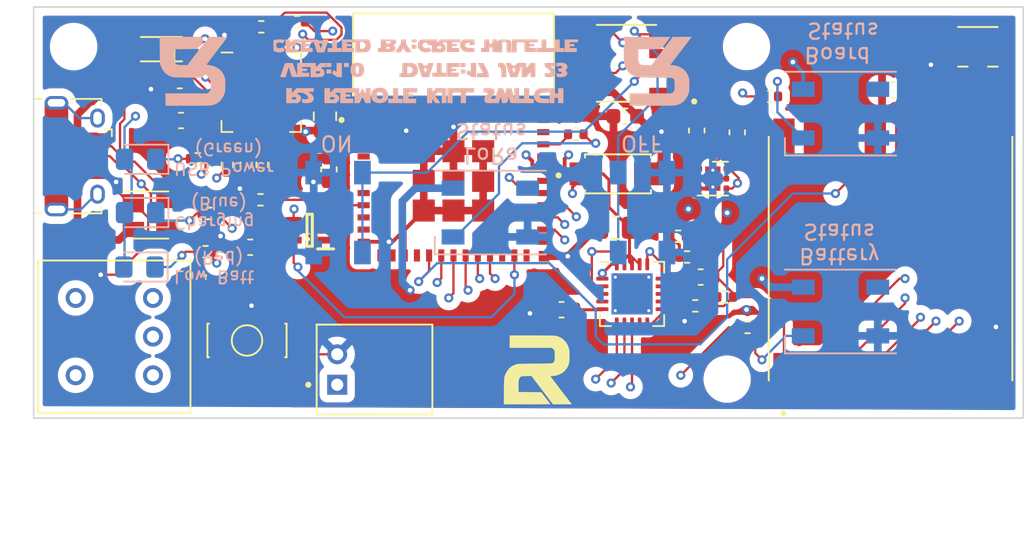
<source format=kicad_pcb>
(kicad_pcb (version 20211014) (generator pcbnew)
  (title_block (title "Kill Switch - Remote") (date "2023-01-18") (rev "1.0") (company "Created by: Greg Hulette") (comment 1 "- Creates WiFi Network for Remote Web Access") (comment 2 "- WiFi to LoRa Bridge") (comment 3 "- Buttons for Master Relay"))
  (layers (0 "F.Cu" signal) (1 "In1.Cu" signal) (2 "In2.Cu" signal) (31 "B.Cu" signal) (34 "B.Paste" user) (35 "F.Paste" user) (36 "B.SilkS" user "B.Silkscreen") (37 "F.SilkS" user "F.Silkscreen") (38 "B.Mask" user) (39 "F.Mask" user) (44 "Edge.Cuts" user))
  (net 0 "")
  (net 1 "+3V3")
  (net 2 "GND")
  (net 3 "RESET")
  (net 4 "Net-(C6-Pad2)")
  (net 5 "VBUS")
  (net 6 "Net-(C9-Pad1)")
  (net 7 "Net-(D1-PadA)")
  (net 8 "USB_DP")
  (net 9 "USB_DN")
  (net 10 "Net-(D4-Pad1)")
  (net 11 "Net-(D5-Pad1)")
  (net 13 "unconnected-(J1-Pad6)")
  (net 14 "Net-(J2-Pad1)")
  (net 15 "Net-(J3-Pad2)")
  (net 17 "Net-(L1-Pad3)")
  (net 19 "Net-(L2-Pad3)")
  (net 21 "Net-(L3-Pad3)")
  (net 22 "DTR")
  (net 23 "RTS")
  (net 24 "GPIO0")
  (net 25 "Net-(R2-Pad1)")
  (net 26 "RXD0")
  (net 27 "Net-(R3-Pad1)")
  (net 28 "TXD0")
  (net 29 "Net-(R4-Pad2)")
  (net 30 "Net-(R6-Pad1)")
  (net 31 "Net-(R7-Pad1)")
  (net 32 "Net-(R8-Pad1)")
  (net 33 "Net-(R9-Pad1)")
  (net 34 "Net-(R10-Pad1)")
  (net 35 "Net-(R11-Pad1)")
  (net 36 "BATT_LEVEL")
  (net 37 "STATUS_LED_DATA")
  (net 38 "BATSTAT_LED_DATA")
  (net 39 "Net-(TH1-Pad1)")
  (net 49 "DI0_LORA")
  (net 50 "RESET_LORA")
  (net 51 "SCK_LORA")
  (net 52 "MISO_LORA")
  (net 53 "MOSI_LORA")
  (net 54 "NSS_LORA")
  (net 58 "OFF_SW_OUT")
  (net 59 "ON_SW_OUT")
  (net 79 "DTS")
  (net 88 "LORA_LED_DATA")
  (net 90 "Net-(S2-Pad1)")
  (net 91 "Net-(S3-Pad1)")
  (net 92 "Net-(R9-Pad2)")
  (footprint "Capacitor_SMD:C_0603_1608Metric" (layer "F.Cu") (at 94.6 88.854 180)
    (fp_text reference "C5")
    (fp_text value ".1uF")
  )
  (footprint "MountingHole:MountingHole_2.1mm" (layer "F.Cu") (at 131.826 85.598)
    (fp_text reference "REF**" hide)
    (fp_text value "MountingHole_2.1mm" hide)
  )
  (footprint "Custom:JST_S2B-PH-K-S(LF)(SN)" (layer "F.Cu") (at 104.944 106.809 90)
    (fp_text reference "J2")
    (fp_text value "S2B-PH-K-S(LF)(SN)")
  )
  (footprint "Package_DFN_QFN:QFN-28-1EP_5x5mm_P0.5mm_EP3.35x3.35mm" (layer "F.Cu") (at 99.952 88.596)
    (fp_text reference "U2")
    (fp_text value "CP2102N-A02-GQFN28")
  )
  (footprint "Custom:MODULE_ESP32-PICO-MINI-02" (layer "F.Cu") (at 112.579 94.418)
    (fp_text reference "U1")
    (fp_text value "ESP32-PICO-MINI-02")
  )
  (footprint "Resistor_SMD:R_0402_1005Metric" (layer "F.Cu") (at 127.338 98.054 180)
    (fp_text reference "R13")
    (fp_text value "100K")
  )
  (footprint "Capacitor_SMD:C_0603_1608Metric" (layer "F.Cu") (at 141.504 88.446)
    (fp_text reference "C10")
    (fp_text value ".1uF")
  )
  (footprint "Resistor_SMD:R_0402_1005Metric" (layer "F.Cu") (at 131.896 104.044 180)
    (fp_text reference "R17")
    (fp_text value "470")
  )
  (footprint "Capacitor_SMD:C_0603_1608Metric" (layer "F.Cu") (at 128.558 91.114 -90)
    (fp_text reference "C7")
    (fp_text value "1uF")
  )
  (footprint "Capacitor_SMD:C_0603_1608Metric" (layer "F.Cu") (at 99.226 98.78 180)
    (fp_text reference "C3")
    (fp_text value ".1uF")
  )
  (footprint "Capacitor_SMD:C_0805_2012Metric" (layer "F.Cu") (at 104.14 90.17 90)
    (fp_text reference "C1")
    (fp_text value "10uF")
  )
  (footprint "Connector_USB:USB_Micro-B_Amphenol_10118194_Horizontal" (layer "F.Cu") (at 87.8 92.794 -90)
    (fp_text reference "J1")
    (fp_text value "USB_B_Micro")
  )
  (footprint "Resistor_SMD:R_0402_1005Metric" (layer "F.Cu") (at 100.016 93.364 -90)
    (fp_text reference "R6")
    (fp_text value "1K")
  )
  (footprint "Package_SON:WSON-6-1EP_2x2mm_P0.65mm_EP1x1.6mm_ThermalVias" (layer "F.Cu") (at 129.614 94.27)
    (fp_text reference "U3")
    (fp_text value "LP5912-3.3DRV")
  )
  (footprint "Resistor_SMD:R_0402_1005Metric" (layer "F.Cu") (at 98.97 93.364 -90)
    (fp_text reference "R5")
    (fp_text value "47.5K")
  )
  (footprint "Package_DFN_QFN:QFN-20-1EP_4x4mm_P0.5mm_EP2.7x2.7mm_ThermalVias" (layer "F.Cu") (at 124.308 101.844)
    (fp_text reference "U4")
    (fp_text value "MCP73871-2CC-Custom")
  )
  (footprint "Resistor_SMD:R_0402_1005Metric" (layer "F.Cu") (at 127.926 99.418)
    (fp_text reference "R12")
    (fp_text value "100K")
  )
  (footprint "Resistor_SMD:R_0402_1005Metric" (layer "F.Cu") (at 130.426 102.046)
    (fp_text reference "R10")
    (fp_text value "10K")
  )
  (footprint "Resistor_SMD:R_0402_1005Metric" (layer "F.Cu") (at 95.78392 92.97 180)
    (fp_text reference "R7")
    (fp_text value "82")
  )
  (footprint "Capacitor_SMD:C_0603_1608Metric" (layer "F.Cu") (at 128.814 100.736)
    (fp_text reference "C9")
    (fp_text value "4.7uF")
  )
  (footprint "Resistor_SMD:R_0402_1005Metric" (layer "F.Cu") (at 133.39 88.872 180)
    (fp_text reference "R14")
    (fp_text value "470")
  )
  (footprint "Resistor_SMD:R_0402_1005Metric" (layer "F.Cu") (at 97.728 93.368 90)
    (fp_text reference "R4")
    (fp_text value "22.1K")
  )
  (footprint "Custom:SMAJ5.0_DIOM4325X250N" (layer "F.Cu") (at 123.383 93.958)
    (fp_text reference "D3")
    (fp_text value "SMAJ5.0")
  )
  (footprint "Custom:SOD3716X135N" (layer "F.Cu") (at 93.3985 85.7685 180)
    (fp_text reference "D1")
    (fp_text value "B5819W-TP")
  )
  (footprint "Custom:SOIC127P600X175-8N" (layer "F.Cu") (at 123.946 86.698 180)
    (fp_text reference "U6")
    (fp_text value "LS18-S(Debouce)")
  )
  (footprint "MountingHole:MountingHole_2.1mm" (layer "F.Cu") (at 87.63 85.598)
    (fp_text reference "REF**" hide)
    (fp_text value "MountingHole_2.1mm" hide)
  )
  (footprint "Resistor_SMD:R_0402_1005Metric" (layer "F.Cu") (at 102.314 83.964)
    (fp_text reference "R3")
    (fp_text value "1K")
  )
  (footprint "Custom:RFM95W-915S2" (layer "F.Cu") (at 141.287 99.522 90)
    (fp_text reference "U5")
    (fp_text value "RFM95W-915S2")
  )
  (footprint "Capacitor_SMD:C_0603_1608Metric" (layer "F.Cu") (at 119.68 102.884 180)
    (fp_text reference "TH1")
    (fp_text value "10K")
  )
  (footprint "Capacitor_SMD:C_0603_1608Metric" (layer "F.Cu") (at 104.4 93.666 -90)
    (fp_text reference "C2")
    (fp_text value ".1uF")
  )
  (footprint "Custom:SOT65P230X110-6N" (layer "F.Cu") (at 103.133 97.662 180)
    (fp_text reference "Q2")
    (fp_text value "UMH3N")
  )
  (footprint "MountingHole:MountingHole_2.1mm" (layer "F.Cu") (at 130.556 107.442)
    (fp_text reference "REF**" hide)
    (fp_text value "MountingHole_2.1mm" hide)
  )
  (footprint "Capacitor_SMD:C_0805_2012Metric" (layer "F.Cu") (at 123.19 97.498 180)
    (fp_text reference "C8")
    (fp_text value "10uF")
  )
  (footprint "Capacitor_SMD:C_0603_1608Metric" (layer "F.Cu") (at 131.216 91.232 90)
    (fp_text reference "C6")
    (fp_text value "1uF")
  )
  (footprint "Resistor_SMD:R_0402_1005Metric" (layer "F.Cu") (at 128.462 102.628)
    (fp_text reference "R11")
    (fp_text value "100K")
  )
  (footprint "Package_TO_SOT_SMD:SOT-143" (layer "F.Cu") (at 92.654 96.66)
    (fp_text reference "D2")
    (fp_text value "SP0503BAHTG")
  )
  (footprint "Resistor_SMD:R_0402_1005Metric" (layer "F.Cu") (at 96.29192 99.074 180)
    (fp_text reference "R9")
    (fp_text value "150")
  )
  (footprint "Resistor_SMD:R_0402_1005Metric" (layer "F.Cu") (at 120.614 91.358 180)
    (fp_text reference "R16")
    (fp_text value "470")
  )
  (footprint "Custom:AS11CH" (layer "F.Cu") (at 90.30292 104.648 -90)
    (fp_text reference "SW4")
    (fp_text value "AS11CH")
  )
  (footprint "Capacitor_SMD:C_0603_1608Metric" (layer "F.Cu") (at 123.864 90.174)
    (fp_text reference "C11")
    (fp_text value ".1uF")
  )
  (footprint "Resistor_SMD:R_0402_1005Metric" (layer "F.Cu") (at 99.902 95.662)
    (fp_text reference "R1")
    (fp_text value "10K")
  )
  (footprint "Resistor_SMD:R_0402_1005Metric" (layer "F.Cu") (at 96.54592 96.56 180)
    (fp_text reference "R8")
    (fp_text value "82")
  )
  (footprint "Custom:SW_TL3342F160QG" (layer "F.Cu") (at 99.018618 104.902 -90)
    (fp_text reference "S1")
    (fp_text value "TL3342F160QG")
  )
  (footprint "Resistor_SMD:R_0402_1005Metric" (layer "F.Cu") (at 99.96 84.3)
    (fp_text reference "R2")
    (fp_text value "1K")
  )
  (footprint "Custom:HRS_U.FL-R-SMT-1(10)" (layer "F.Cu") (at 147.02 85.612)
    (fp_text reference "J3")
    (fp_text value "U.FL-R-SMT-1(10)")
  )
  (footprint "Capacitor_SMD:C_0603_1608Metric" (layer "F.Cu") (at 94.688 90.454 180)
    (fp_text reference "C4")
    (fp_text value "4.7uF")
  )
  (footprint "Logos:R2_Logo_V2" (layer "F.Cu") (at 118.11 107.188)
    (fp_text reference "G***" hide)
    (fp_text value "LOGO" hide)
  )
  (footprint "Logos:R2_Logo_V2" (layer "B.Cu") (at 95.504 86.868)
    (fp_text reference "G***" hide)
    (fp_text value "LOGO" hide)
  )
  (footprint "LED_SMD:LED_WS2812B_PLCC4_5.0x5.0mm_P3.2mm" (layer "B.Cu") (at 138 103 180)
    (fp_text reference "L3")
    (fp_text value "WS2812B-2020")
  )
  (footprint "Logos:R2_Logo_V2" (layer "B.Cu") (at 125.984 86.868)
    (fp_text reference "G***" hide)
    (fp_text value "LOGO" hide)
  )
  (footprint "LED_SMD:LED_0805_2012Metric_Pad1.15x1.40mm_HandSolder" (layer "B.Cu") (at 91.948 100.076 180)
    (fp_text reference "D6")
    (fp_text value "Red")
  )
  (footprint "Custom:KillSwiitch" (layer "B.Cu") (at 125 96.5 -90)
    (fp_text reference "S3")
    (fp_text value "TL3342F160QG")
  )
  (footprint "Logos:RemoteKillSwitchLogo" (layer "B.Cu") (at 110.737843 87.235218)
    (fp_text reference "G***" hide)
    (fp_text value "LOGO" hide)
  )
  (footprint "LED_SMD:LED_WS2812B_PLCC4_5.0x5.0mm_P3.2mm" (layer "B.Cu") (at 115 96.5 180)
    (fp_text reference "L2")
    (fp_text value "WS2812B-2020")
  )
  (footprint "LED_SMD:LED_0805_2012Metric_Pad1.15x1.40mm_HandSolder" (layer "B.Cu") (at 92 96.5 180)
    (fp_text reference "D5")
    (fp_text value "BLUE")
  )
  (footprint "Custom:KillSwiitch" (layer "B.Cu") (at 105 96.5 90)
    (fp_text reference "S2")
    (fp_text value "TL3342F160QG")
  )
  (footprint "LED_SMD:LED_WS2812B_PLCC4_5.0x5.0mm_P3.2mm" (layer "B.Cu") (at 138 90 180)
    (fp_text reference "L1")
    (fp_text value "WS2812B-2020")
  )
  (footprint "LED_SMD:LED_0805_2012Metric_Pad1.15x1.40mm_HandSolder" (layer "B.Cu") (at 92 93 180)
    (fp_text reference "D4")
    (fp_text value "Green")
  )
  (gr_line (start 150 83) (end 85 83) (layer "Edge.Cuts") (width 0.1))
  (gr_line (start 150 110) (end 150 83) (layer "Edge.Cuts") (width 0.1))
  (gr_line (start 85 83) (end 85 110) (layer "Edge.Cuts") (width 0.1))
  (gr_line (start 85 110) (end 150 110) (layer "Edge.Cuts") (width 0.1))
  (gr_text "OFF" (at 124.968 91.948 180) (layer "B.SilkS") (effects (font (size 1 1)) (justify mirror)))
  (gr_text "USB Power \n(Green)" (at 97.801809 92.964 180) (layer "B.SilkS") (effects (font (size 0.8 0.8) (thickness 0.125)) (justify mirror)))
  (gr_text "Low Batt \n(Red)" (at 97.15419 100.076 180) (layer "B.SilkS") (effects (font (size 0.8 0.8) (thickness 0.125)) (justify mirror)))
  (gr_text "Board \nStatus" (at 138.176 85.344 180) (layer "B.SilkS") (effects (font (size 1 1)) (justify mirror)))
  (gr_text "LoRa\nStatus" (at 115.062 91.948 180) (layer "B.SilkS") (effects (font (size 1 1)) (justify mirror)))
  (gr_text "Battery\nStatus" (at 137.922 98.552 180) (layer "B.SilkS") (effects (font (size 1 1)) (justify mirror)))
  (gr_text "ON" (at 104.902 91.948 180) (layer "B.SilkS") (effects (font (size 1 1)) (justify mirror)))
  (gr_text "Charging \n(Blue)" (at 97.173237 96.52 180) (layer "B.SilkS") (effects (font (size 0.8 0.8) (thickness 0.125)) (justify mirror)))
  (segment (start 123.208 102.944) (end 123.208 100.744) (width 0.1524) (layer "F.Cu") (net 0))
  (segment (start 125.408 100.744) (end 125.408 102.944) (width 0.1524) (layer "F.Cu") (net 0))
  (segment (start 123.208 100.744) (end 125.408 100.744) (width 0.1524) (layer "F.Cu") (net 0))
  (segment (start 105.273 92.018) (end 104.4 92.891) (width 0.25) (layer "F.Cu") (net 1))
  (segment (start 96.3515 89.8305) (end 95.375 88.854) (width 0.1524) (layer "F.Cu") (net 1))
  (segment (start 96.617 90.096) (end 96.3515 89.8305) (width 0.1524) (layer "F.Cu") (net 1))
  (segment (start 100.016 93.874) (end 100.016 94.294) (width 0.5) (layer "F.Cu") (net 1))
  (segment (start 127.762 96.012) (end 128.016 96.266) (width 0.1524) (layer "F.Cu") (net 1))
  (segment (start 106.679 92.018) (end 105.273 92.018) (width 0.25) (layer "F.Cu") (net 1))
  (segment (start 96.586 89.596) (end 96.3515 89.8305) (width 0.1524) (layer "F.Cu") (net 1))
  (segment (start 97.502 90.096) (end 95.821 90.096) (width 0.1524) (layer "F.Cu") (net 1))
  (segment (start 105.038 92.018) (end 104.14 91.12) (width 0.25) (layer "F.Cu") (net 1))
  (segment (start 128.122 93.62) (end 127.762 93.98) (width 0.1524) (layer "F.Cu") (net 1))
  (segment (start 97.502 90.096) (end 96.617 90.096) (width 0.1524) (layer "F.Cu") (net 1))
  (segment (start 128.7265 92.0575) (end 128.558 91.889) (width 0.1524) (layer "F.Cu") (net 1))
  (segment (start 95.821 90.096) (end 95.463 90.454) (width 0.1524) (layer "F.Cu") (net 1))
  (segment (start 128.7265 93.62) (end 128.122 93.62) (width 0.1524) (layer "F.Cu") (net 1))
  (segment (start 99.392 94.918) (end 99.392 95.662) (width 0.5) (layer "F.Cu") (net 1))
  (segment (start 127.762 93.98) (end 127.762 96.012) (width 0.1524) (layer "F.Cu") (net 1))
  (segment (start 97.502 89.596) (end 96.586 89.596) (width 0.1524) (layer "F.Cu") (net 1))
  (segment (start 100.016 94.294) (end 99.392 94.918) (width 0.5) (layer "F.Cu") (net 1))
  (segment (start 106.679 92.018) (end 105.038 92.018) (width 0.25) (layer "F.Cu") (net 1))
  (segment (start 128.7265 93.62) (end 128.7265 92.0575) (width 0.1524) (layer "F.Cu") (net 1))
  (via (at 132.842 100.838) (size 0.6) (drill 0.3) (layers "F.Cu" "B.Cu") (net 1))
  (via (at 130.556 96.52) (size 0.6) (drill 0.3) (layers "F.Cu" "B.Cu") (net 1))
  (via (at 109.728 101.6) (size 0.6) (drill 0.3) (layers "F.Cu" "B.Cu") (net 1))
  (via (at 128.016 96.266) (size 0.6) (drill 0.3) (layers "F.Cu" "B.Cu") (net 1))
  (via (at 134.874 86.614) (size 0.6) (drill 0.3) (layers "F.Cu" "B.Cu") (net 1))
  (via (at 102.87 91.186) (size 0.6) (drill 0.3) (layers "F.Cu" "B.Cu") (net 1))
  (via (at 131.826 102.87) (size 0.6) (drill 0.3) (layers "F.Cu" "B.Cu") (net 1))
  (segment (start 112.55 94.9) (end 110.078 94.9) (width 0.5) (layer "B.Cu") (net 1))
  (segment (start 135.55 101.4) (end 133.404 101.4) (width 0.5) (layer "B.Cu") (net 1))
  (segment (start 135.55 88.4) (end 135.55 87.29) (width 0.25) (layer "B.Cu") (net 1))
  (segment (start 135.55 87.29) (end 134.874 86.614) (width 0.25) (layer "B.Cu") (net 1))
  (segment (start 133.404 101.4) (end 132.842 100.838) (width 0.5) (layer "B.Cu") (net 1))
  (segment (start 109.22 101.092) (end 109.728 101.6) (width 0.5) (layer "B.Cu") (net 1))
  (segment (start 109.22 95.758) (end 109.22 101.092) (width 0.5) (layer "B.Cu") (net 1))
  (segment (start 110.078 94.9) (end 109.22 95.758) (width 0.5) (layer "B.Cu") (net 1))
  (segment (start 148.287 107.222) (end 148.287 104.091) (width 0.1524) (layer "F.Cu") (net 2))
  (segment (start 100.918618 101.752) (end 100.918618 101.783618) (width 0.1524) (layer "F.Cu") (net 2))
  (segment (start 122.24 97.498) (end 121.972 97.498) (width 0.5) (layer "F.Cu") (net 2))
  (segment (start 127.762 103.632) (end 127.968 103.632) (width 0.1524) (layer "F.Cu") (net 2))
  (segment (start 108.579 98.418) (end 110.629 96.368) (width 0.25) (layer "F.Cu") (net 2))
  (segment (start 104.14 89.22) (end 104.388 89.468) (width 0.25) (layer "F.Cu") (net 2))
  (segment (start 121.471 88.603) (end 123.068 88.603) (width 0.5) (layer "F.Cu") (net 2))
  (segment (start 98.451 98.78) (end 98.018 98.78) (width 0.1524) (layer "F.Cu") (net 2))
  (segment (start 89.408 100.584) (end 90.424 100.584) (width 0.1524) (layer "F.Cu") (net 2))
  (segment (start 122.358 102.344) (end 120.088 100.074) (width 0.1524) (layer "F.Cu") (net 2))
  (segment (start 103.161618 105.809) (end 100.918618 108.052) (width 0.1524) (layer "F.Cu") (net 2))
  (segment (start 129.614 94.82) (end 129.614 93.72) (width 0.1524) (layer "F.Cu") (net 2))
  (segment (start 114.529 96.368) (end 112.579 96.368) (width 0.5) (layer "F.Cu") (net 2))
  (segment (start 131.063 101.919) (end 129.88 100.736) (width 0.1524) (layer "F.Cu") (net 2))
  (segment (start 120.102 99.368) (end 120.088 99.368) (width 0.5) (layer "F.Cu") (net 2))
  (segment (start 112.579 92.468) (end 112.579 94.418) (width 0.5) (layer "F.Cu") (net 2))
  (segment (start 93.172 88.854) (end 93.825 88.854) (width 0.5) (layer "F.Cu") (net 2))
  (segment (start 128.473 90.424) (end 128.558 90.339) (width 0.5) (layer "F.Cu") (net 2))
  (segment (start 98.97 94.5103) (end 98.97 93.874) (width 0.1524) (layer "F.Cu") (net 2))
  (segment (start 129.032 97.536) (end 128.366 97.536) (width 0.1524) (layer "F.Cu") (net 2))
  (segment (start 110.629 92.468) (end 112.579 92.468) (width 0.5) (layer "F.Cu") (net 2))
  (segment (start 129.614 93.398) (end 129.614 93.72) (width 0.1524) (layer "F.Cu") (net 2))
  (segment (start 144.072 88.446) (end 142.279 88.446) (width 0.1524) (layer "F.Cu") (net 2))
  (segment (start 146.15426 84.074) (end 145.545 84.68326) (width 0.5) (layer "F.Cu") (net 2))
  (segment (start 90.52 94.584) (end 90.03 94.094) (width 0.1524) (layer "F.Cu") (net 2))
  (segment (start 146.287 91.822) (end 146.287 90.407) (width 0.1524) (layer "F.Cu") (net 2))
  (segment (start 126.238 93.218) (end 125.498 93.958) (width 0.5) (layer "F.Cu") (net 2))
  (segment (start 126.238 91.186) (end 125.651 91.186) (width 0.5) (layer "F.Cu") (net 2))
  (segment (start 134.287 107.222) (end 134.287 103.807) (width 0.1524) (layer "F.Cu") (net 2))
  (segment (start 128.366 97.536) (end 127.848 98.054) (width 0.1524) (layer "F.Cu") (net 2))
  (segment (start 109.474 91.1225) (end 108.7695 90.418) (width 0.5) (layer "F.Cu") (net 2))
  (segment (start 125.651 91.186) (end 124.639 90.174) (width 0.5) (layer "F.Cu") (net 2))
  (segment (start 120.088 100.074) (end 120.088 99.368) (width 0.1524) (layer "F.Cu") (net 2))
  (segment (start 93.913 88.942) (end 93.825 88.854) (width 0.5) (layer "F.Cu") (net 2))
  (segment (start 127.968 103.632) (end 128.972 102.628) (width 0.1524) (layer "F.Cu") (net 2))
  (segment (start 93.913 90.454) (end 93.913 88.942) (width 0.5) (layer "F.Cu") (net 2))
  (segment (start 148.495 85.612) (end 148.495 84.487) (width 0.5) (layer "F.Cu") (net 2))
  (segment (start 90.424 100.584) (end 92.529711 98.478289) (width 0.1524) (layer "F.Cu") (net 2))
  (segment (start 106.679 90.418) (end 106.679 91.218) (width 0.5) (layer "F.Cu") (net 2))
  (segment (start 126.258 102.844) (end 126.72 102.844) (width 0.1524) (layer "F.Cu") (net 2))
  (segment (start 129.88 100.736) (end 129.589 100.736) (width 0.1524) (layer "F.Cu") (net 2))
  (segment (start 103.425 94.441) (end 103.378 94.488) (width 0.25) (layer "F.Cu") (net 2))
  (segment (start 148.287 104.091) (end 148.209 104.013) (width 0.1524) (layer "F.Cu") (net 2))
  (segment (start 104.4 94.441) (end 103.425 94.441) (width 0.25) (layer "F.Cu") (net 2))
  (segment (start 90.52 95.11) (end 91.3 95.89) (width 0.1524) (layer "F.Cu") (net 2))
  (segment (start 106.679 98.418) (end 108.338 98.418) (width 0.25) (layer "F.Cu") (net 2))
  (segment (start 90.52 94.838) (end 90.424 94.742) (width 0.1524) (layer "F.Cu") (net 2))
  (segment (start 99.452 88.096) (end 99.952 88.596) (width 0.1524) (layer "F.Cu") (net 2))
  (segment (start 108.338 98.418) (end 108.579 98.418) (width 0.25) (layer "F.Cu") (net 2))
  (segment (start 97.502 88.096) (end 99.452 88.096) (width 0.1524) (layer "F.Cu") (net 2))
  (segment (start 145.545 84.68326) (end 145.545 85.612) (width 0.5) (layer "F.Cu") (net 2))
  (segment (start 114.529 94.418) (end 114.529 96.368) (width 0.5) (layer "F.Cu") (net 2))
  (segment (start 130.302 98.298) (end 129.54 97.536) (width 0.1524) (layer "F.Cu") (net 2))
  (segment (start 130.302 100.023) (end 130.302 98.298) (width 0.1524) (layer "F.Cu") (net 2))
  (segment (start 92.71 88.392) (end 93.172 88.854) (width 0.5) (layer "F.Cu") (net 2))
  (segment (start 92.529711 98.478289) (end 92.529711 96.834289) (width 0.1524) (layer "F.Cu") (net 2))
  (segment (start 144.326 88.446) (end 144.072 88.446) (width 0.1524) (layer "F.Cu") (net 2))
  (segment (start 129.597155 102.628) (end 129.610875 102.64172) (width 0.1524) (layer "F.Cu") (net 2))
  (segment (start 148.082 84.074) (end 146.15426 84.074) (width 0.5) (layer "F.Cu") (net 2))
  (segment (start 91.3 95.89) (end 91.554 95.89) (width 0.1524) (layer "F.Cu") (net 2))
  (segment (start 106.629 89.468) (end 118.529 89.468) (width 0.5) (layer "F.Cu") (net 2))
  (segment (start 112.579 89.518) (end 112.579 90.875) (width 0.5) (layer "F.Cu") (net 2))
  (segment (start 127 90.424) (end 128.473 90.424) (width 0.5) (layer "F.Cu") (net 2))
  (segment (start 100.178 101.752) (end 99.314 102.616) (width 0.1524) (layer "F.Cu") (net 2))
  (segment (start 128.7265 94.92) (end 129.514 94.92) (width 0.25) (layer "F.Cu") (net 2))
  (segment (start 108.7695 90.418) (end 106.679 90.418) (width 0.5) (layer "F.Cu") (net 2))
  (segment (start 126.258 103.145422) (end 126.258 102.844) (width 0.1524) (layer "F.Cu") (net 2))
  (segment (start 98.05128 85.35128) (end 97.536 84.836) (width 0.1524) (layer "F.Cu") (net 2))
  (segment (start 145.545 85.612) (end 145.113 85.612) (width 0.5) (layer "F.Cu") (net 2))
  (segment (start 92.529711 96.834289) (end 91.585422 95.89) (width 0.1524) (layer "F.Cu") (net 2))
  (segment (start 121.972 97.498) (end 120.102 99.368) (width 0.5) (layer "F.Cu") (net 2))
  (segment (start 129.614 94.82) (end 129.614 96.954) (width 0.1524) (layer "F.Cu") (net 2))
  (segment (start 90.52 94.838) (end 90.52 94.584) (width 0.1524) (layer "F.Cu") (net 2))
  (segment (start 126.72 102.844) (end 127.508 103.632) (width 0.1524) (layer "F.Cu") (net 2))
  (segment (start 131.005 92.007) (end 129.614 93.398) (width 0.1524) (layer "F.Cu") (net 2))
  (segment (start 129.610875 102.64172) (end 130.34028 102.64172) (width 0.1524) (layer "F.Cu") (net 2))
  (segment (start 130.34028 102.64172) (end 131.063 101.919) (width 0.1524) (layer "F.Cu") (net 2))
  (segment (start 110.629 96.368) (end 110.629 94.418) (width 0.5) (layer "F.Cu") (net 2))
  (segment (start 91.585422 95.89) (end 91.554 95.89) (width 0.1524) (layer "F.Cu") (net 2))
  (segment (start 129.514 94.92) (end 129.614 94.82) (width 0.25) (layer "F.Cu") (net 2))
  (segment (start 126.238 91.186) (end 126.238 93.218) (width 0.5) (layer "F.Cu") (net 2))
  (segment (start 127.508 103.632) (end 127.762 103.632) (width 0.1524) (layer "F.Cu") (net 2))
  (segment (start 104.388 89.468) (end 106.629 89.468) (width 0.25) (layer "F.Cu") (net 2))
  (segment (start 114.529 92.468) (end 114.529 94.418) (width 0.5) (layer "F.Cu") (net 2))
  (segment (start 90.03 94.094) (end 89.108 94.094) (width 0.1524) (layer "F.Cu") (net 2))
  (segment (start 122.358 101.844) (end 122.358 102.344) (width 0.1524) (layer "F.Cu") (net 2))
  (segment (start 129.54 97.536) (end 129.032 97.536) (width 0.1524) (layer "F.Cu") (net 2))
  (segment (start 125.609422 103.794) (end 126.258 103.145422) (width 0.1524) (layer "F.Cu") (net 2))
  (segment (start 112.579 96.368) (end 110.629 96.368) (width 0.5) (layer "F.Cu") (net 2))
  (segment (start 106.629 89.468) (end 106.629 90.368) (width 0.5) (layer "F.Cu") (net 2))
  (segment (start 112.579 92.468) (end 114.529 92.468) (width 0.5) (layer "F.Cu") (net 2))
  (segment (start 128.972 102.628) (end 129.597155 102.628) (width 0.1524) (layer "F.Cu") (net 2))
  (segment (start 109.474 91.313) (end 110.629 92.468) (width 0.5) (layer "F.Cu") (net 2))
  (segment (start 125.308 103.794) (end 125.609422 103.794) (width 0.1524) (layer "F.Cu") (net 2))
  (segment (start 90.424 94.742) (end 90.424 94.488) (width 0.1524) (layer "F.Cu") (net 2))
  (segment (start 130.5015 94.27) (end 129.614 94.27) (width 0.1524) (layer "F.Cu") (net 2))
  (segment (start 98.05128 86.69528) (end 98.05128 85.35128) (width 0.1524) (layer "F.Cu") (net 2))
  (segment (start 134.287 103.807) (end 132.526 102.046) (width 0.1524) (layer "F.Cu") (net 2))
  (segment (start 106.629 90.368) (end 106.679 90.418) (width 0.5) (layer "F.Cu") (net 2))
  (segment (start 131.216 92.007) (end 131.005 92.007) (width 0.1524) (layer "F.Cu") (net 2))
  (segment (start 132.526 102.046) (end 130.936 102.046) (width 0.1524) (layer "F.Cu") (net 2))
  (segment (start 117.842 102.884) (end 117.602 103.124) (width 0.1524) (layer "F.Cu") (net 2))
  (segment (start 100.918618 101.752) (end 100.178 101.752) (width 0.1524) (layer "F.Cu") (net 2))
  (segment (start 90.52 94.838) (end 90.52 95.11) (width 0.1524) (layer "F.Cu") (net 2))
  (segment (start 145.113 85.612) (end 143.9375 86.7875) (width 0.5) (layer "F.Cu") (net 2))
  (segment (start 143.9375 86.7875) (end 142.279 88.446) (width 0.5) (layer "F.Cu") (net 2))
  (segment (start 106.679 99.318) (end 106.629 99.368) (width 0.25) (layer "F.Cu") (net 2))
  (segment (start 123.068 88.603) (end 124.639 90.174) (width 0.5) (layer "F.Cu") (net 2))
  (segment (start 99.952 88.596) (end 98.05128 86.69528) (width 0.1524) (layer "F.Cu") (net 2))
  (segment (start 118.905 102.884) (end 117.842 102.884) (width 0.1524) (layer "F.Cu") (net 2))
  (segment (start 129.589 100.736) (end 130.302 100.023) (width 0.1524) (layer "F.Cu") (net 2))
  (segment (start 98.018 98.78) (end 97.282 98.044) (width 0.1524) (layer "F.Cu") (net 2))
  (segment (start 109.379 99.318) (end 109.379 97.618) (width 0.25) (layer "F.Cu") (net 2))
  (segment (start 146.287 90.407) (end 144.326 88.446) (width 0.1524) (layer "F.Cu") (net 2))
  (segment (start 129.614 96.954) (end 129.032 97.536) (width 0.1524) (layer "F.Cu") (net 2))
  (segment (start 125.308 103.794) (end 124.808 103.794) (width 0.1524) (layer "F.Cu") (net 2))
  (segment (start 112.579 90.875) (end 112.579 92.468) (width 0.5) (layer "F.Cu") (net 2))
  (segment (start 109.474 91.1225) (end 109.474 91.313) (width 0.5) (layer "F.Cu") (net 2))
  (segment (start 110.629 94.418) (end 110.629 92.468) (width 0.5) (layer "F.Cu") (net 2))
  (segment (start 98.552 94.9283) (end 98.97 94.5103) (width 0.1524) (layer "F.Cu") (net 2))
  (segment (start 100.918618 101.783618) (end 104.944 105.809) (width 0.1524) (layer "F.Cu") (net 2))
  (segment (start 120.088 99.368) (end 118.529 99.368) (width 0.5) (layer "F.Cu") (net 2))
  (segment (start 109.379 97.618) (end 110.629 96.368) (width 0.25) (layer "F.Cu") (net 2))
  (segment (start 148.495 84.487) (end 148.082 84.074) (width 0.5) (layer "F.Cu") (net 2))
  (segment (start 126.238 91.186) (end 127 90.424) (width 0.5) (layer "F.Cu") (net 2))
  (segment (start 104.944 105.809) (end 103.161618 105.809) (width 0.1524) (layer "F.Cu") (net 2))
  (segment (start 106.679 98.418) (end 106.679 99.318) (width 0.25) (layer "F.Cu") (net 2))
  (via (at 103.378 94.488) (size 0.6) (drill 0.3) (layers "F.Cu" "B.Cu") (net 2))
  (via (at 90.424 94.488) (size 0.6) (drill 0.3) (layers "F.Cu" "B.Cu") (net 2))
  (via (at 109.474 91.1225) (size 0.6) (drill 0.3) (layers "F.Cu" "B.Cu") (net 2))
  (via (at 89.408 100.584) (size 0.6) (drill 0.3) (layers "F.Cu" "B.Cu") (net 2))
  (via (at 127.762 103.632) (size 0.6) (drill 0.3) (layers "F.Cu" "B.Cu") (net 2))
  (via (at 99.314 102.616) (size 0.6) (drill 0.3) (layers "F.Cu" "B.Cu") (net 2))
  (via (at 97.282 98.044) (size 0.6) (drill 0.3) (layers "F.Cu" "B.Cu") (net 2))
  (via (at 117.602 103.124) (size 0.6) (drill 0.3) (layers "F.Cu" "B.Cu") (net 2))
  (via (at 112.579 90.875) (size 0.6) (drill 0.3) (layers "F.Cu" "B.Cu") (net 2))
  (via (at 148.209 104.013) (size 0.6) (drill 0.3) (layers "F.Cu" "B.Cu") (net 2))
  (via (at 143.9375 86.7875) (size 0.6) (drill 0.3) (layers "F.Cu" "B.Cu") (net 2))
  (via (at 126.238 91.186) (size 0.6) (drill 0.3) (layers "F.Cu" "B.Cu") (net 2))
  (via (at 98.552 94.9283) (size 0.6) (drill 0.3) (layers "F.Cu" "B.Cu") (net 2))
  (via (at 92.71 88.392) (size 0.6) (drill 0.3) (layers "F.Cu" "B.Cu") (net 2))
  (via (at 97.536 84.836) (size 0.6) (drill 0.3) (layers "F.Cu" "B.Cu") (net 2))
  (via (at 120.088 99.368) (size 0.6) (drill 0.3) (layers "F.Cu" "B.Cu") (net 2))
  (via (at 108.338 98.418) (size 0.6) (drill 0.3) (layers "F.Cu" "B.Cu") (net 2))
  (segment (start 105.048 95.662) (end 105.404 96.018) (width 0.1524) (layer "F.Cu") (net 3))
  (segment (start 100.412 95.662) (end 101.188 95.662) (width 0.1524) (layer "F.Cu") (net 3))
  (segment (start 105.404 96.018) (end 105.177 96.018) (width 0.1524) (layer "F.Cu") (net 3))
  (segment (start 100.001 98.869618) (end 100.001 98.78) (width 0.1524) (layer "F.Cu") (net 3))
  (segment (start 101.188 95.662) (end 100.001 96.849) (width 0.1524) (layer "F.Cu") (net 3))
  (segment (start 97.118618 101.752) (end 100.001 98.869618) (width 0.1524) (layer "F.Cu") (net 3))
  (segment (start 106.679 96.018) (end 105.404 96.018) (width 0.1524) (layer "F.Cu") (net 3))
  (segment (start 101.188 95.662) (end 105.048 95.662) (width 0.1524) (layer "F.Cu") (net 3))
  (segment (start 105.177 96.018) (end 104.183 97.012) (width 0.1524) (layer "F.Cu") (net 3))
  (segment (start 100.001 96.849) (end 100.001 98.78) (width 0.1524) (layer "F.Cu") (net 3))
  (segment (start 97.118618 108.052) (end 97.118618 101.752) (width 0.1524) (layer "F.Cu") (net 3))
  (segment (start 130.5015 93.62) (end 131.424 93.62) (width 0.1524) (layer "F.Cu") (net 4))
  (segment (start 130.5015 94.92) (end 130.886 94.92) (width 0.1524) (layer "F.Cu") (net 4))
  (segment (start 131.605 90.457) (end 131.216 90.457) (width 0.1524) (layer "F.Cu") (net 4))
  (segment (start 130.886 94.92) (end 131.235756 94.569005) (width 0.1524) (layer "F.Cu") (net 4))
  (segment (start 122.358 100.844) (end 122.358 100.494978) (width 0.2) (layer "F.Cu") (net 4))
  (segment (start 131.318 94.488) (end 131.318 94.234) (width 0.1524) (layer "F.Cu") (net 4))
  (segment (start 131.424 93.62) (end 132.588 92.456) (width 0.1524) (layer "F.Cu") (net 4))
  (segment (start 131.235756 94.569005) (end 131.318 94.488) (width 0.1524) (layer "F.Cu") (net 4))
  (segment (start 132.588 92.456) (end 132.588 91.44) (width 0.1524) (layer "F.Cu") (net 4))
  (segment (start 131.318 94.234) (end 130.704 93.62) (width 0.1524) (layer "F.Cu") (net 4))
  (segment (start 122.958978 99.894) (end 123.308 99.894) (width 0.2) (layer "F.Cu") (net 4))
  (segment (start 122.358 100.494978) (end 122.958978 99.894) (width 0.2) (layer "F.Cu") (net 4))
  (segment (start 130.704 93.62) (end 130.5015 93.62) (width 0.1524) (layer "F.Cu") (net 4))
  (segment (start 132.588 91.44) (end 131.605 90.457) (width 0.1524) (layer "F.Cu") (net 4))
  (via (at 131.235756 94.569005) (size 0.6) (drill 0.3) (layers "F.Cu" "B.Cu") (net 4))
  (via (at 122.358 100.494978) (size 0.6) (drill 0.3) (layers "F.Cu" "B.Cu") (net 4))
  (segment (start 95.5875 85.7685) (end 96.266 85.09) (width 0.1524) (layer "F.Cu") (net 5))
  (segment (start 124.14 97.498) (end 124.14 99.248) (width 0.2) (layer "F.Cu") (net 5))
  (segment (start 124.14 97.498) (end 122.792 96.15) (width 0.2) (layer "F.Cu") (net 5))
  (segment (start 122.358 101.344) (end 121.979685 101.344) (width 0.1524) (layer "F.Cu") (net 5))
  (segment (start 123.808 99.894) (end 123.808 99.58) (width 0.2) (layer "F.Cu") (net 5))
  (segment (start 124.786 99.894) (end 124.14 99.248) (width 0.1524) (layer "F.Cu") (net 5))
  (segment (start 97.728 93.878) (end 97.384 93.878) (width 0.1524) (layer "F.Cu") (net 5))
  (segment (start 124.808 99.894) (end 124.786 99.894) (width 0.1524) (layer "F.Cu") (net 5))
  (segment (start 122.792 94.344) (end 122.406 93.958) (width 0.2) (layer "F.Cu") (net 5))
  (segment (start 121.268 93.958) (end 120.396 94.83) (width 0.2) (layer "F.Cu") (net 5))
  (segment (start 121.979685 101.344) (end 121.666 101.030315) (width 0.1524) (layer "F.Cu") (net 5))
  (segment (start 97.384 93.878) (end 97.028 94.234) (width 0.1524) (layer "F.Cu") (net 5))
  (segment (start 123.444 99.06) (end 123.808 99.424) (width 0.1524) (layer "F.Cu") (net 5))
  (segment (start 120.396 94.83) (end 120.396 95.25) (width 0.2) (layer "F.Cu") (net 5))
  (segment (start 122.792 96.15) (end 122.792 94.344) (width 0.2) (layer "F.Cu") (net 5))
  (segment (start 122.406 93.958) (end 121.268 93.958) (width 0.2) (layer "F.Cu") (net 5))
  (segment (start 123.808 99.424) (end 123.808 99.894) (width 0.1524) (layer "F.Cu") (net 5))
  (segment (start 121.666 99.06) (end 123.444 99.06) (width 0.1524) (layer "F.Cu") (net 5))
  (segment (start 124.14 99.726) (end 124.308 99.894) (width 0.2) (layer "F.Cu") (net 5))
  (segment (start 123.808 99.58) (end 124.14 99.248) (width 0.2) (layer "F.Cu") (net 5))
  (segment (start 95.0368 85.7685) (end 95.5875 85.7685) (width 0.1524) (layer "F.Cu") (net 5))
  (segment (start 121.666 101.030315) (end 121.666 99.06) (width 0.1524) (layer "F.Cu") (net 5))
  (segment (start 124.14 99.248) (end 124.14 99.726) (width 0.2) (layer "F.Cu") (net 5))
  (via (at 96.266 85.09) (size 0.6) (drill 0.3) (layers "F.Cu" "B.Cu") (net 5))
  (via (at 91.694 90.17) (size 0.6) (drill 0.3) (layers "F.Cu" "B.Cu") (net 5))
  (via (at 97.028 94.234) (size 0.6) (drill 0.3) (layers "F.Cu" "B.Cu") (net 5))
  (via (at 120.396 95.25) (size 0.6) (drill 0.3) (layers "F.Cu" "B.Cu") (net 5))
  (via (at 121.666 99.06) (size 0.6) (drill 0.3) (layers "F.Cu" "B.Cu") (net 5))
  (segment (start 91.44 96.035) (end 90.975 96.5) (width 0.1524) (layer "B.Cu") (net 5))
  (segment (start 90.975 96.5) (end 90.975 100.024) (width 0.1524) (layer "B.Cu") (net 5))
  (segment (start 91.44 93.465) (end 91.44 96.035) (width 0.1524) (layer "B.Cu") (net 5))
  (segment (start 90.975 93) (end 91.44 93.465) (width 0.1524) (layer "B.Cu") (net 5))
  (segment (start 91.694 90.17) (end 90.975 90.889) (width 0.1524) (layer "B.Cu") (net 5))
  (segment (start 90.975 90.889) (end 90.975 93) (width 0.1524) (layer "B.Cu") (net 5))
  (segment (start 90.975 100.024) (end 90.923 100.076) (width 0.1524) (layer "B.Cu") (net 5))
  (segment (start 126.258 99.842) (end 125.476 99.06) (width 0.1524) (layer "F.Cu") (net 6))
  (segment (start 128.039 100.736) (end 128.039 99.815) (width 0.2) (layer "F.Cu") (net 6))
  (segment (start 126.258 101.344) (end 126.258 100.844) (width 0.1524) (layer "F.Cu") (net 6))
  (segment (start 127.931 100.844) (end 126.258 100.844) (width 0.2) (layer "F.Cu") (net 6))
  (segment (start 128.039 99.815) (end 128.436 99.418) (width 0.2) (layer "F.Cu") (net 6))
  (segment (start 128.039 100.736) (end 127.931 100.844) (width 0.2) (layer "F.Cu") (net 6))
  (segment (start 126.258 100.844) (end 126.258 99.842) (width 0.1524) (layer "F.Cu") (net 6))
  (segment (start 125.308 99.228) (end 125.476 99.06) (width 0.1524) (layer "F.Cu") (net 6))
  (segment (start 125.308 99.894) (end 125.308 99.228) (width 0.1524) (layer "F.Cu") (net 6))
  (via (at 125.476 99.06) (size 0.6) (drill 0.3) (layers "F.Cu" "B.Cu") (net 6))
  (segment (start 87.884 91.694) (end 88.084 91.494) (width 0.5) (layer "F.Cu") (net 7))
  (segment (start 87.884 97.536) (end 88.646 98.298) (width 0.5) (layer "F.Cu") (net 7))
  (segment (start 87.884 91.694) (end 87.884 97.536) (width 0.5) (layer "F.Cu") (net 7))
  (segment (start 88.646 98.298) (end 90.612 98.298) (width 0.5) (layer "F.Cu") (net 7))
  (segment (start 88.725052 89.21948) (end 87.884 90.060532) (width 0.5) (layer "F.Cu") (net 7))
  (segment (start 91.7602 86.2938) (end 88.83452 89.21948) (width 0.5) (layer "F.Cu") (net 7))
  (segment (start 88.83452 89.21948) (end 88.725052 89.21948) (width 0.5) (layer "F.Cu") (net 7))
  (segment (start 91.7602 85.7685) (end 91.7602 86.2938) (width 0.5) (layer "F.Cu") (net 7))
  (segment (start 90.612 98.298) (end 91.3 97.61) (width 0.5) (layer "F.Cu") (net 7))
  (segment (start 88.084 91.494) (end 89.108 91.494) (width 0.5) (layer "F.Cu") (net 7))
  (segment (start 87.884 90.060532) (end 87.884 91.694) (width 0.5) (layer "F.Cu") (net 7))
  (segment (start 96.82628 88.138116) (end 96.82628 88.298595) (width 0.1524) (layer "F.Cu") (net 8))
  (segment (start 92.075 94.615) (end 92.71 95.25) (width 0.1524) (layer "F.Cu") (net 8))
  (segment (start 90.97192 93.51192) (end 92.075 94.615) (width 0.1524) (layer "F.Cu") (net 8))
  (segment (start 92.71 95.25) (end 92.71 96.516888) (width 0.1524) (layer "F.Cu") (net 8))
  (segment (start 92.881631 96.688519) (end 92.881631 96.691631) (width 0.1524) (layer "F.Cu") (net 8))
  (segment (start 97.123685 88.596) (end 97.502 88.596) (width 0.1524) (layer "F.Cu") (net 8))
  (segment (start 89.108 92.794) (end 90 92.794) (width 0.1524) (layer "F.Cu") (net 8))
  (segment (start 93.5 97.31) (end 93.5 97.61) (width 0.1524) (layer "F.Cu") (net 8))
  (segment (start 90.71792 93.51192) (end 90.97192 93.51192) (width 0.1524) (layer "F.Cu") (net 8))
  (segment (start 90 92.794) (end 90.71792 93.51192) (width 0.1524) (layer "F.Cu") (net 8))
  (segment (start 96.82628 88.298595) (end 97.123685 88.596) (width 0.1524) (layer "F.Cu") (net 8))
  (segment (start 96.292082 87.603918) (end 96.82628 88.138116) (width 0.1524) (layer "F.Cu") (net 8))
  (segment (start 92.71 96.516888) (end 92.881631 96.688519) (width 0.1524) (layer "F.Cu") (net 8))
  (segment (start 92.881631 96.691631) (end 93.5 97.31) (width 0.1524) (layer "F.Cu") (net 8))
  (via (at 92.075 94.615) (size 0.6) (drill 0.3) (layers "F.Cu" "B.Cu") (net 8))
  (via (at 96.292082 87.603918) (size 0.6) (drill 0.3) (layers "F.Cu" "B.Cu") (net 8))
  (segment (start 90.964289 89.121711) (end 92.71 87.376) (width 0.1524) (layer "F.Cu") (net 9))
  (segment (start 91.636 93.16) (end 90.86369 93.16) (width 0.1524) (layer "F.Cu") (net 9))
  (segment (start 93.5 95.71) (end 93.5 95.024) (width 0.1524) (layer "F.Cu") (net 9))
  (segment (start 90.112 92.144) (end 89.108 92.144) (width 0.1524) (layer "F.Cu") (net 9))
  (segment (start 90.678 92.97431) (end 90.678 90.653336) (width 0.1524) (layer "F.Cu") (net 9))
  (segment (start 93.5 95.024) (end 91.636 93.16) (width 0.1524) (layer "F.Cu") (net 9))
  (segment (start 95.25 87.376) (end 96.97 89.096) (width 0.1524) (layer "F.Cu") (net 9))
  (segment (start 92.71 87.376) (end 95.25 87.376) (width 0.1524) (layer "F.Cu") (net 9))
  (segment (start 90.678 90.653336) (end 90.964289 90.367047) (width 0.1524) (layer "F.Cu") (net 9))
  (segment (start 90.86369 93.16) (end 90.678 92.97431) (width 0.1524) (layer "F.Cu") (net 9))
  (segment (start 90.678 92.71) (end 90.112 92.144) (width 0.1524) (layer "F.Cu") (net 9))
  (segment (start 90.964289 90.367047) (end 90.964289 89.121711) (width 0.1524) (layer "F.Cu") (net 9))
  (segment (start 96.97 89.096) (end 97.502 89.096) (width 0.1524) (layer "F.Cu") (net 9))
  (segment (start 95.27392 92.97) (end 94.494 92.97) (width 0.1524) (layer "F.Cu") (net 10))
  (segment (start 94.494 92.97) (end 94.488 92.964) (width 0.1524) (layer "F.Cu") (net 10))
  (via (at 94.488 92.964) (size 0.6) (drill 0.3) (layers "F.Cu" "B.Cu") (net 10))
  (segment (start 93.025 93) (end 94.452 93) (width 0.1524) (layer "B.Cu") (net 10))
  (segment (start 94.452 93) (end 94.488 92.964) (width 0.1524) (layer "B.Cu") (net 10))
  (segment (start 96.03592 96.56) (end 95.718 96.56) (width 0.1524) (layer "F.Cu") (net 11))
  (segment (start 95.718 96.56) (end 95.25 97.028) (width 0.1524) (layer "F.Cu") (net 11))
  (via (at 95.25 97.028) (size 0.6) (drill 0.3) (layers "F.Cu" "B.Cu") (net 11))
  (segment (start 95.25 97.028) (end 93.553 97.028) (width 0.1524) (layer "B.Cu") (net 11))
  (segment (start 93.553 97.028) (end 93.025 96.5) (width 0.1524) (layer "B.Cu") (net 11))
  (segment (start 86.5 89.294) (end 86.5 96.294) (width 0.1524) (layer "F.Cu") (net 13))
  (segment (start 88.008 90.294) (end 87.008 89.294) (width 0.1524) (layer "B.Cu") (net 13))
  (segment (start 87.008 89.294) (end 86.5 89.294) (width 0.1524) (layer "B.Cu") (net 13))
  (segment (start 88.108 96.294) (end 89.108 95.294) (width 0.1524) (layer "B.Cu") (net 13))
  (segment (start 86.5 96.294) (end 88.108 96.294) (width 0.1524) (layer "B.Cu") (net 13))
  (segment (start 89.108 90.294) (end 88.008 90.294) (width 0.1524) (layer "B.Cu") (net 13))
  (segment (start 147.02 87.584) (end 148.287 88.851) (width 0.5) (layer "F.Cu") (net 15))
  (segment (start 148.287 88.851) (end 148.287 91.822) (width 0.5) (layer "F.Cu") (net 15))
  (segment (start 147.02 87.137) (end 147.02 87.584) (width 0.5) (layer "F.Cu") (net 15))
  (segment (start 133.858 87.884) (end 133.858 88.83) (width 0.1524) (layer "F.Cu") (net 17))
  (segment (start 133.858 88.83) (end 133.9 88.872) (width 0.1524) (layer "F.Cu") (net 17))
  (via (at 133.858 87.884) (size 0.6) (drill 0.3) (layers "F.Cu" "B.Cu") (net 17))
  (segment (start 133.858 87.884) (end 133.858 89.908) (width 0.1524) (layer "B.Cu") (net 17))
  (segment (start 133.858 89.908) (end 135.55 91.6) (width 0.1524) (layer "B.Cu") (net 17))
  (segment (start 121.714 91.948) (end 121.92 91.948) (width 0.1524) (layer "F.Cu") (net 19))
  (segment (start 121.124 91.358) (end 121.714 91.948) (width 0.1524) (layer "F.Cu") (net 19))
  (via (at 121.92 91.948) (size 0.6) (drill 0.3) (layers "F.Cu" "B.Cu") (net 19))
  (segment (start 115.57 93.472) (end 117.094 91.948) (width 0.1524) (layer "B.Cu") (net 19))
  (segment (start 112.55 98.1) (end 112.72 98.1) (width 0.1524) (layer "B.Cu") (net 19))
  (segment (start 112.72 98.1) (end 115.57 95.25) (width 0.1524) (layer "B.Cu") (net 19))
  (segment (start 117.094 91.948) (end 121.92 91.948) (width 0.1524) (layer "B.Cu") (net 19))
  (segment (start 115.57 95.25) (end 115.57 93.472) (width 0.1524) (layer "B.Cu") (net 19))
  (segment (start 132.406 104.044) (end 132.406 105.736) (width 0.1524) (layer "F.Cu") (net 21))
  (segment (start 132.406 105.736) (end 132.842 106.172) (width 0.1524) (layer "F.Cu") (net 21))
  (via (at 132.842 106.172) (size 0.6) (drill 0.3) (layers "F.Cu" "B.Cu") (net 21))
  (segment (start 134.414 104.6) (end 135.55 104.6) (width 0.1524) (layer "B.Cu") (net 21))
  (segment (start 132.842 106.172) (end 134.414 104.6) (width 0.1524) (layer "B.Cu") (net 21))
  (segment (start 102.734422 97.662) (end 102.083 97.662) (width 0.1524) (layer "F.Cu") (net 22))
  (segment (start 104.183 98.312) (end 103.384422 98.312) (width 0.1524) (layer "F.Cu") (net 22))
  (segment (start 103.384422 98.312) (end 102.734422 97.662) (width 0.1524) (layer "F.Cu") (net 22))
  (segment (start 104.183 97.662) (end 103.384422 97.662) (width 0.1524) (layer "F.Cu") (net 23))
  (segment (start 102.734422 97.012) (end 102.083 97.012) (width 0.1524) (layer "F.Cu") (net 23))
  (segment (start 100.74008 85.44192) (end 100.452 85.73) (width 0.1524) (layer "F.Cu") (net 23))
  (segment (start 102.084742 85.44192) (end 100.74008 85.44192) (width 0.1524) (layer "F.Cu") (net 23))
  (segment (start 102.083 96.29292) (end 102.10896 96.26696) (width 0.1524) (layer "F.Cu") (net 23))
  (segment (start 103.384422 97.662) (end 102.734422 97.012) (width 0.1524) (layer "F.Cu") (net 23))
  (segment (start 102.083 97.012) (end 102.083 96.29292) (width 0.1524) (layer "F.Cu") (net 23))
  (segment (start 100.452 85.73) (end 100.452 86.146) (width 0.1524) (layer "F.Cu") (net 23))
  (segment (start 102.301411 85.658589) (end 102.084742 85.44192) (width 0.1524) (layer "F.Cu") (net 23))
  (via (at 102.301411 85.658589) (size 0.6) (drill 0.3) (layers "F.Cu" "B.Cu") (net 23))
  (via (at 102.10896 96.26696) (size 0.6) (drill 0.3) (layers "F.Cu" "B.Cu") (net 23))
  (segment (start 116.579 99.318) (end 116.579 100.577) (width 0.1524) (layer "F.Cu") (net 24))
  (segment (start 116.586 100.584) (end 116.579 100.577) (width 0.1524) (layer "F.Cu") (net 24))
  (segment (start 102.083 99.797) (end 102.083 98.312) (width 0.1524) (layer "F.Cu") (net 24))
  (segment (start 102.362 100.076) (end 102.083 99.797) (width 0.1524) (layer "F.Cu") (net 24))
  (via (at 116.586 100.584) (size 0.6) (drill 0.3) (layers "F.Cu" "B.Cu") (net 24))
  (via (at 102.362 100.076) (size 0.6) (drill 0.3) (layers "F.Cu" "B.Cu") (net 24))
  (segment (start 102.362 100.076) (end 102.362 100.33) (width 0.1524) (layer "B.Cu") (net 24))
  (segment (start 102.362 100.33) (end 105.41 103.378) (width 0.1524) (layer "B.Cu") (net 24))
  (segment (start 105.41 103.378) (end 115.062 103.378) (width 0.1524) (layer "B.Cu") (net 24))
  (segment (start 115.062 103.378) (end 116.586 101.854) (width 0.1524) (layer "B.Cu") (net 24))
  (segment (start 116.586 101.854) (end 116.586 100.584) (width 0.1524) (layer "B.Cu") (net 24))
  (segment (start 99.45 84.3) (end 99.45 86.144) (width 0.1524) (layer "F.Cu") (net 25))
  (segment (start 99.45 86.144) (end 99.452 86.146) (width 0.1524) (layer "F.Cu") (net 25))
  (segment (start 101.25828 84.3) (end 100.47 84.3) (width 0.1524) (layer "F.Cu") (net 26))
  (segment (start 119.883489 93.663511) (end 119.883489 92.968511) (width 0.25) (layer "F.Cu") (net 26))
  (segment (start 118.479 94.418) (end 119.129 94.418) (width 0.25) (layer "F.Cu") (net 26))
  (segment (start 101.498875 83.36828) (end 101.25828 83.608875) (width 0.1524) (layer "F.Cu") (net 26))
  (segment (start 104.886468 85.157711) (end 105.223711 84.820468) (width 0.1524) (layer "F.Cu") (net 26))
  (segment (start 103.047268 85.157711) (end 104.886468 85.157711) (width 0.1524) (layer "F.Cu") (net 26))
  (segment (start 102.672852 84.783295) (end 103.047268 85.157711) (width 0.1524) (layer "F.Cu") (net 26))
  (segment (start 119.129 94.418) (end 119.883489 93.663511) (width 0.25) (layer "F.Cu") (net 26))
  (segment (start 101.25828 83.608875) (end 101.25828 84.3) (width 0.1524) (layer "F.Cu") (net 26))
  (segment (start 104.248459 83.36828) (end 101.498875 83.36828) (width 0.1524) (layer "F.Cu") (net 26))
  (segment (start 119.883489 92.968511) (end 120.142 92.71) (width 0.25) (layer "F.Cu") (net 26))
  (segment (start 105.223711 84.820468) (end 105.223711 84.343532) (width 0.1524) (layer "F.Cu") (net 26))
  (segment (start 105.223711 84.343532) (end 104.248459 83.36828) (width 0.1524) (layer "F.Cu") (net 26))
  (via (at 102.672852 84.783295) (size 0.6) (drill 0.3) (layers "F.Cu" "B.Cu") (net 26))
  (via (at 120.142 92.71) (size 0.6) (drill 0.3) (layers "F.Cu" "B.Cu") (net 26))
  (segment (start 100.02192 84.90592) (end 99.952 84.97584) (width 0.1524) (layer "F.Cu") (net 27))
  (segment (start 101.55 85.09) (end 100.79985 85.09) (width 0.1524) (layer "F.Cu") (net 27))
  (segment (start 100.79985 85.09) (end 100.61577 84.90592) (width 0.1524) (layer "F.Cu") (net 27))
  (segment (start 100.61577 84.90592) (end 100.02192 84.90592) (width 0.1524) (layer "F.Cu") (net 27))
  (segment (start 99.952 84.97584) (end 99.952 86.146) (width 0.1524) (layer "F.Cu") (net 27))
  (segment (start 101.804 84.836) (end 101.55 85.09) (width 0.1524) (layer "F.Cu") (net 27))
  (segment (start 101.804 83.964) (end 101.804 84.836) (width 0.1524) (layer "F.Cu") (net 27))
  (segment (start 118.029978 93.618) (end 118.479 93.618) (width 0.25) (layer "F.Cu") (net 28))
  (segment (start 104.648 84.582) (end 103.442 84.582) (width 0.1524) (layer "F.Cu") (net 28))
  (segment (start 117.754489 93.1165) (end 117.754489 93.342511) (width 0.25) (layer "F.Cu") (net 28))
  (segment (start 117.754489 93.342511) (end 118.029978 93.618) (width 0.25) (layer "F.Cu") (net 28))
  (segment (start 103.442 84.582) (end 102.824 83.964) (width 0.1524) (layer "F.Cu") (net 28))
  (segment (start 117.348 92.710011) (end 117.754489 93.1165) (width 0.25) (layer "F.Cu") (net 28))
  (via (at 117.348 92.710011) (size 0.6) (drill 0.3) (layers "F.Cu" "B.Cu") (net 28))
  (via (at 104.648 84.582) (size 0.6) (drill 0.3) (layers "F.Cu" "B.Cu") (net 28))
  (segment (start 98.452 92.336) (end 98.97 92.854) (width 0.1524) (layer "F.Cu") (net 29))
  (segment (start 98.966 92.858) (end 98.97 92.854) (width 0.1524) (layer "F.Cu") (net 29))
  (segment (start 97.728 92.858) (end 98.966 92.858) (width 0.1524) (layer "F.Cu") (net 29))
  (segment (start 98.452 91.046) (end 98.452 92.336) (width 0.1524) (layer "F.Cu") (net 29))
  (segment (start 98.952 91.046) (end 98.952 91.586) (width 0.1524) (layer "F.Cu") (net 30))
  (segment (start 100.016 92.65) (end 100.016 92.854) (width 0.1524) (layer "F.Cu") (net 30))
  (segment (start 98.952 91.586) (end 100.016 92.65) (width 0.1524) (layer "F.Cu") (net 30))
  (segment (start 123.308 106.054) (end 123.308 103.794) (width 0.1524) (layer "F.Cu") (net 31))
  (segment (start 96.29392 93.69808) (end 96.012 93.98) (width 0.1524) (layer "F.Cu") (net 31))
  (segment (start 121.92 107.442) (end 123.308 106.054) (width 0.1524) (layer "F.Cu") (net 31))
  (segment (start 96.29392 92.97) (end 96.29392 93.69808) (width 0.1524) (layer "F.Cu") (net 31))
  (via (at 121.92 107.442) (size 0.6) (drill 0.3) (layers "F.Cu" "B.Cu") (net 31))
  (via (at 96.012 93.98) (size 0.6) (drill 0.3) (layers "F.Cu" "B.Cu") (net 31))
  (segment (start 122.936 107.696) (end 123.808 106.824) (width 0.1524) (layer "F.Cu") (net 32))
  (segment (start 123.808 106.824) (end 123.808 103.794) (width 0.1524) (layer "F.Cu") (net 32))
  (segment (start 98.044 97.536) (end 97.068 96.56) (width 0.1524) (layer "F.Cu") (net 32))
  (segment (start 97.068 96.56) (end 97.05592 96.56) (width 0.1524) (layer "F.Cu") (net 32))
  (via (at 122.936 107.696) (size 0.6) (drill 0.3) (layers "F.Cu" "B.Cu") (net 32))
  (via (at 98.044 97.536) (size 0.6) (drill 0.3) (layers "F.Cu" "B.Cu") (net 32))
  (segment (start 96.80192 99.59592) (end 97.028 99.822) (width 0.1524) (layer "F.Cu") (net 33))
  (segment (start 124.308 103.794) (end 124.308 107.848) (width 0.1524) (layer "F.Cu") (net 33))
  (segment (start 96.80192 99.074) (end 96.80192 99.59592) (width 0.1524) (layer "F.Cu") (net 33))
  (segment (start 124.308 107.848) (end 124.206 107.95) (width 0.1524) (layer "F.Cu") (net 33))
  (via (at 124.206 107.95) (size 0.6) (drill 0.3) (layers "F.Cu" "B.Cu") (net 33))
  (via (at 97.028 99.822) (size 0.6) (drill 0.3) (layers "F.Cu" "B.Cu") (net 33))
  (segment (start 126.258 101.844) (end 129.714 101.844) (width 0.2) (layer "F.Cu") (net 34))
  (segment (start 129.714 101.844) (end 129.916 102.046) (width 0.2) (layer "F.Cu") (net 34))
  (segment (start 127.952 102.628) (end 127.52 102.628) (width 0.2) (layer "F.Cu") (net 35))
  (segment (start 127.52 102.628) (end 127.236 102.344) (width 0.2) (layer "F.Cu") (net 35))
  (segment (start 127.236 102.344) (end 126.258 102.344) (width 0.2) (layer "F.Cu") (net 35))
  (segment (start 127.416 98.642) (end 126.828 98.054) (width 0.2) (layer "F.Cu") (net 36))
  (segment (start 127.416 99.418) (end 127.416 98.642) (width 0.2) (layer "F.Cu") (net 36))
  (segment (start 120.104 91.478) (end 119.564 92.018) (width 0.1524) (layer "F.Cu") (net 37))
  (segment (start 119.564 92.018) (end 118.479 92.018) (width 0.1524) (layer "F.Cu") (net 37))
  (segment (start 120.104 91.358) (end 120.104 91.478) (width 0.1524) (layer "F.Cu") (net 37))
  (segment (start 116.244679 94.194611) (end 117.268068 95.218) (width 0.1524) (layer "F.Cu") (net 38))
  (segment (start 131.386 104.044) (end 130.652 104.044) (width 0.1524) (layer "F.Cu") (net 38))
  (segment (start 117.268068 95.218) (end 118.479 95.218) (width 0.1524) (layer "F.Cu") (net 38))
  (segment (start 130.652 104.044) (end 127.508 107.188) (width 0.1524) (layer "F.Cu") (net 38))
  (via (at 116.244679 94.194611) (size 0.6) (drill 0.3) (layers "F.Cu" "B.Cu") (net 38))
  (via (at 127.508 107.188) (size 0.6) (drill 0.3) (layers "F.Cu" "B.Cu") (net 38))
  (segment (start 122.318 102.884) (end 122.358 102.844) (width 0.2) (layer "F.Cu") (net 39))
  (segment (start 120.455 102.884) (end 122.318 102.884) (width 0.2) (layer "F.Cu") (net 39))
  (segment (start 138.287 91.822) (end 138.287 94.631) (width 0.1524) (layer "F.Cu") (net 49))
  (segment (start 110.293334 101.034666) (end 110.979 100.349) (width 0.1524) (layer "F.Cu") (net 49))
  (segment (start 138.287 94.631) (end 137.668 95.25) (width 0.1524) (layer "F.Cu") (net 49))
  (segment (start 110.979 100.349) (end 110.979 99.318) (width 0.1524) (layer "F.Cu") (net 49))
  (via (at 110.293334 101.034666) (size 0.6) (drill 0.3) (layers "F.Cu" "B.Cu") (net 49))
  (via (at 137.668 95.25) (size 0.6) (drill 0.3) (layers "F.Cu" "B.Cu") (net 49))
  (segment (start 130.556 99.568) (end 134.874 95.25) (width 0.1524) (layer "B.Cu") (net 49))
  (segment (start 110.293334 101.034666) (end 111.506 99.822) (width 0.1524) (layer "B.Cu") (net 49))
  (segment (start 121.92 104.648) (end 122.428 105.156) (width 0.1524) (layer "B.Cu") (net 49))
  (segment (start 130.556 103.378) (end 130.556 99.568) (width 0.1524) (layer "B.Cu") (net 49))
  (segment (start 134.874 95.25) (end 137.668 95.25) (width 0.1524) (layer "B.Cu") (net 49))
  (segment (start 118.872 99.822) (end 121.92 102.87) (width 0.1524) (layer "B.Cu") (net 49))
  (segment (start 121.92 102.87) (end 121.92 104.648) (width 0.1524) (layer "B.Cu") (net 49))
  (segment (start 122.428 105.156) (end 128.778 105.156) (width 0.1524) (layer "B.Cu") (net 49))
  (segment (start 128.778 105.156) (end 130.556 103.378) (width 0.1524) (layer "B.Cu") (net 49))
  (segment (start 111.506 99.822) (end 118.872 99.822) (width 0.1524) (layer "B.Cu") (net 49))
  (segment (start 111.506 101.092) (end 111.779 100.819) (width 0.1524) (layer "F.Cu") (net 50))
  (segment (start 111.779 100.819) (end 111.779 99.318) (width 0.1524) (layer "F.Cu") (net 50))
  (segment (start 144.287 107.222) (end 144.287 105.141) (width 0.1524) (layer "F.Cu") (net 50))
  (segment (start 144.287 105.141) (end 145.796 103.632) (width 0.1524) (layer "F.Cu") (net 50))
  (via (at 111.506 101.092) (size 0.6) (drill 0.3) (layers "F.Cu" "B.Cu") (net 50))
  (via (at 145.796 103.632) (size 0.6) (drill 0.3) (layers "F.Cu" "B.Cu") (net 50))
  (segment (start 112.268 102.108) (end 112.579 101.797) (width 0.1524) (layer "F.Cu") (net 51))
  (segment (start 112.579 101.797) (end 112.579 99.318) (width 0.1524) (layer "F.Cu") (net 51))
  (segment (start 143.256 103.453) (end 140.287 106.422) (width 0.1524) (layer "F.Cu") (net 51))
  (segment (start 140.287 106.422) (end 140.287 107.222) (width 0.1524) (layer "F.Cu") (net 51))
  (segment (start 143.256 103.378) (end 143.256 103.453) (width 0.1524) (layer "F.Cu") (net 51))
  (via (at 143.256 103.378) (size 0.6) (drill 0.3) (layers "F.Cu" "B.Cu") (net 51))
  (via (at 112.268 102.108) (size 0.6) (drill 0.3) (layers "F.Cu" "B.Cu") (net 51))
  (segment (start 141.871 100.838) (end 142.24 100.838) (width 0.1524) (layer "F.Cu") (net 52))
  (segment (start 136.287 107.222) (end 136.287 106.422) (width 0.1524) (layer "F.Cu") (net 52))
  (segment (start 113.379 99.318) (end 113.379 101.441) (width 0.1524) (layer "F.Cu") (net 52))
  (segment (start 113.379 101.441) (end 113.538 101.6) (width 0.1524) (layer "F.Cu") (net 52))
  (segment (start 136.287 106.422) (end 141.871 100.838) (width 0.1524) (layer "F.Cu") (net 52))
  (via (at 113.538 101.6) (size 0.6) (drill 0.3) (layers "F.Cu" "B.Cu") (net 52))
  (via (at 142.24 100.838) (size 0.6) (drill 0.3) (layers "F.Cu" "B.Cu") (net 52))
  (segment (start 138.287 106.422) (end 142.24 102.469) (width 0.1524) (layer "F.Cu") (net 53))
  (segment (start 114.179 99.318) (end 114.179 100.717) (width 0.1524) (layer "F.Cu") (net 53))
  (segment (start 142.24 102.469) (end 142.24 102.108) (width 0.1524) (layer "F.Cu") (net 53))
  (segment (start 114.179 100.717) (end 114.3 100.838) (width 0.1524) (layer "F.Cu") (net 53))
  (segment (start 138.287 107.222) (end 138.287 106.422) (width 0.1524) (layer "F.Cu") (net 53))
  (via (at 114.3 100.838) (size 0.6) (drill 0.3) (layers "F.Cu" "B.Cu") (net 53))
  (via (at 142.24 102.108) (size 0.6) (drill 0.3) (layers "F.Cu" "B.Cu") (net 53))
  (segment (start 114.979 99.318) (end 114.979 100.501) (width 0.1524) (layer "F.Cu") (net 54))
  (segment (start 114.979 100.501) (end 115.316 100.838) (width 0.1524) (layer "F.Cu") (net 54))
  (segment (start 142.287 107.222) (end 142.287 105.617) (width 0.1524) (layer "F.Cu") (net 54))
  (segment (start 142.287 105.617) (end 144.272 103.632) (width 0.1524) (layer "F.Cu") (net 54))
  (via (at 144.272 103.632) (size 0.6) (drill 0.3) (layers "F.Cu" "B.Cu") (net 54))
  (via (at 115.316 100.838) (size 0.6) (drill 0.3) (layers "F.Cu" "B.Cu") (net 54))
  (segment (start 118.479 96.818) (end 119.424 96.818) (width 0.1524) (layer "F.Cu") (net 58))
  (segment (start 123.147 84.793) (end 123.698 85.344) (width 0.1524) (layer "F.Cu") (net 58))
  (segment (start 119.424 96.818) (end 119.888 97.282) (width 0.1524) (layer "F.Cu") (net 58))
  (segment (start 121.471 84.793) (end 123.147 84.793) (width 0.1524) (layer "F.Cu") (net 58))
  (via (at 119.888 97.282) (size 0.6) (drill 0.3) (layers "F.Cu" "B.Cu") (net 58))
  (via (at 123.698 85.344) (size 0.6) (drill 0.3) (layers "F.Cu" "B.Cu") (net 58))
  (segment (start 118.479 96.018) (end 119.894 96.018) (width 0.1524) (layer "F.Cu") (net 59))
  (segment (start 121.471 87.333) (end 123.233 87.333) (width 0.1524) (layer "F.Cu") (net 59))
  (segment (start 119.894 96.018) (end 120.65 96.774) (width 0.1524) (layer "F.Cu") (net 59))
  (segment (start 123.233 87.333) (end 123.698 86.868) (width 0.1524) (layer "F.Cu") (net 59))
  (via (at 120.65 96.774) (size 0.6) (drill 0.3) (layers "F.Cu" "B.Cu") (net 59))
  (via (at 123.698 86.868) (size 0.6) (drill 0.3) (layers "F.Cu" "B.Cu") (net 59))
  (segment (start 131.798 88.872) (end 131.572 88.646) (width 0.1524) (layer "F.Cu") (net 88))
  (segment (start 132.88 88.872) (end 131.798 88.872) (width 0.1524) (layer "F.Cu") (net 88))
  (segment (start 119.208 97.618) (end 119.888 98.298) (width 0.1524) (layer "F.Cu") (net 88))
  (segment (start 118.479 97.618) (end 119.208 97.618) (width 0.1524) (layer "F.Cu") (net 88))
  (via (at 131.572 88.646) (size 0.6) (drill 0.3) (layers "F.Cu" "B.Cu") (net 88))
  (via (at 119.888 98.298) (size 0.6) (drill 0.3) (layers "F.Cu" "B.Cu") (net 88))
  (segment (start 126.421 87.333) (end 125.011 87.333) (width 0.1524) (layer "F.Cu") (net 90))
  (segment (start 125.011 87.333) (end 124.46 87.884) (width 0.1524) (layer "F.Cu") (net 90))
  (via (at 124.46 87.884) (size 0.6) (drill 0.3) (layers "F.Cu" "B.Cu") (net 90))
  (segment (start 106.6 93.875) (end 110.849 93.875) (width 0.1524) (layer "B.Cu") (net 90))
  (segment (start 110.849 93.875) (end 113.538 91.186) (width 0.1524) (layer "B.Cu") (net 90))
  (segment (start 113.538 91.186) (end 121.158 91.186) (width 0.1524) (layer "B.Cu") (net 90))
  (segment (start 121.158 91.186) (end 124.46 87.884) (width 0.1524) (layer "B.Cu") (net 90))
  (segment (start 106.6 99.125) (end 106.6 93.875) (width 0.1524) (layer "B.Cu") (net 90))
  (segment (start 126.421 84.793) (end 124.671 84.793) (width 0.1524) (layer "F.Cu") (net 91))
  (segment (start 124.671 84.793) (end 124.46 84.582) (width 0.1524) (layer "F.Cu") (net 91))
  (via (at 124.46 84.582) (size 0.6) (drill 0.3) (layers "F.Cu" "B.Cu") (net 91))
  (segment (start 123.4 93.875) (end 123.4 91.484) (width 0.1524) (layer "B.Cu") (net 91))
  (segment (start 123.4 99.125) (end 123.4 93.875) (width 0.1524) (layer "B.Cu") (net 91))
  (segment (start 125.984 86.106) (end 124.46 84.582) (width 0.1524) (layer "B.Cu") (net 91))
  (segment (start 125.984 88.9) (end 125.984 86.106) (width 0.1524) (layer "B.Cu") (net 91))
  (segment (start 123.4 91.484) (end 125.984 88.9) (width 0.1524) (layer "B.Cu") (net 91))
  (segment (start 95.78192 99.074) (end 94.982 99.074) (width 0.1524) (layer "F.Cu") (net 92))
  (segment (start 94.982 99.074) (end 94.742 99.314) (width 0.1524) (layer "F.Cu") (net 92))
  (via (at 94.742 99.314) (size 0.6) (drill 0.3) (layers "F.Cu" "B.Cu") (net 92))
  (segment (start 92.973 100.076) (end 93.98 100.076) (width 0.1524) (layer "B.Cu") (net 92))
  (segment (start 93.98 100.076) (end 94.742 99.314) (width 0.1524) (layer "B.Cu") (net 92))
  (zone (net 1) (net_name "+3V3") (layer "F.Cu") (connect_pads (clearance 0.508)) (min_thickness 0.254) (fill yes (thermal_gap 0.508) (thermal_bridge_width 0.508))
    (polygon (pts (xy 149.606 109.474) (xy 85.598 109.22) (xy 85.598 83.566) (xy 149.606 83.566)))
  )
  (zone (net 0) (net_name "") (layers "F.Cu" "In1.Cu" "In2.Cu" "B.Cu") (connect_pads (clearance 0)) (min_thickness 0.254)
    (keepout (tracks not_allowed) (vias not_allowed) (pads not_allowed) (copperpour not_allowed) (footprints allowed))
    (fill (thermal_gap 0.508) (thermal_bridge_width 0.508))
    (polygon (pts (xy 119.126 88.646) (xy 105.918 88.646) (xy 105.918 83.312) (xy 119.126 83.312)))
  )
  (zone (net 2) (net_name "GND") (layer "B.Cu") (connect_pads (clearance 0.508)) (min_thickness 0.254) (fill yes (thermal_gap 0.508) (thermal_bridge_width 0.508))
    (polygon (pts (xy 149.606 109.474) (xy 85.598 109.22) (xy 85.598 83.566) (xy 149.606 83.566)))
  )
)
</source>
